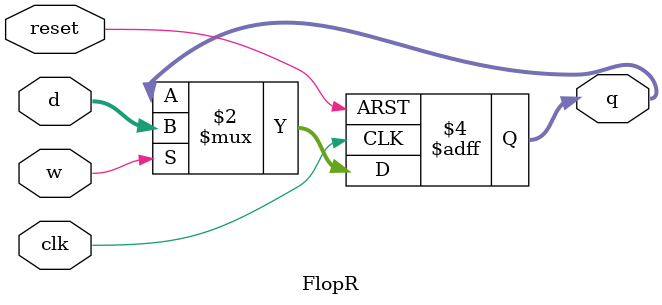
<source format=v>
module FlopR #(parameter W=32) (
  input clk, w, reset,
  input [W-1:0] d,
  output reg [W-1:0] q
);

always @ (posedge clk or posedge reset)
  if (reset) q <= 0;
  else if (w) q <= d;

endmodule

</source>
